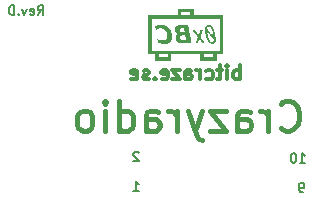
<source format=gbo>
G04 (created by PCBNEW (2013-07-07 BZR 4022)-stable) date 2015/9/10 11:53:31*
%MOIN*%
G04 Gerber Fmt 3.4, Leading zero omitted, Abs format*
%FSLAX34Y34*%
G01*
G70*
G90*
G04 APERTURE LIST*
%ADD10C,0.00590551*%
%ADD11C,0.007875*%
%ADD12C,0.0079*%
%ADD13C,0.0177*%
%ADD14C,0.0118*%
%ADD15C,0.0001*%
G04 APERTURE END LIST*
G54D10*
G54D11*
X1414Y-678D02*
X1519Y-528D01*
X1594Y-678D02*
X1594Y-363D01*
X1474Y-363D01*
X1444Y-378D01*
X1429Y-393D01*
X1414Y-423D01*
X1414Y-468D01*
X1429Y-498D01*
X1444Y-513D01*
X1474Y-528D01*
X1594Y-528D01*
X1159Y-663D02*
X1189Y-678D01*
X1249Y-678D01*
X1279Y-663D01*
X1294Y-633D01*
X1294Y-513D01*
X1279Y-483D01*
X1249Y-468D01*
X1189Y-468D01*
X1159Y-483D01*
X1144Y-513D01*
X1144Y-543D01*
X1294Y-573D01*
X1039Y-468D02*
X964Y-678D01*
X889Y-468D01*
X769Y-648D02*
X754Y-663D01*
X769Y-678D01*
X784Y-663D01*
X769Y-648D01*
X769Y-678D01*
X619Y-678D02*
X619Y-363D01*
X544Y-363D01*
X499Y-378D01*
X469Y-408D01*
X454Y-438D01*
X439Y-498D01*
X439Y-543D01*
X454Y-603D01*
X469Y-633D01*
X499Y-663D01*
X544Y-678D01*
X619Y-678D01*
G54D12*
G54D11*
X10139Y-5599D02*
X10319Y-5599D01*
X10229Y-5599D02*
X10229Y-5284D01*
X10259Y-5329D01*
X10289Y-5359D01*
X10319Y-5374D01*
X9944Y-5284D02*
X9914Y-5284D01*
X9884Y-5299D01*
X9869Y-5314D01*
X9854Y-5344D01*
X9839Y-5404D01*
X9839Y-5479D01*
X9854Y-5539D01*
X9869Y-5569D01*
X9884Y-5584D01*
X9914Y-5599D01*
X9944Y-5599D01*
X9974Y-5584D01*
X9989Y-5569D01*
X10004Y-5539D01*
X10019Y-5479D01*
X10019Y-5404D01*
X10004Y-5344D01*
X9989Y-5314D01*
X9974Y-5299D01*
X9944Y-5284D01*
G54D12*
G54D11*
X10257Y-6584D02*
X10197Y-6584D01*
X10167Y-6569D01*
X10152Y-6554D01*
X10122Y-6509D01*
X10107Y-6449D01*
X10107Y-6329D01*
X10122Y-6299D01*
X10137Y-6284D01*
X10167Y-6269D01*
X10227Y-6269D01*
X10257Y-6284D01*
X10272Y-6299D01*
X10287Y-6329D01*
X10287Y-6404D01*
X10272Y-6434D01*
X10257Y-6449D01*
X10227Y-6464D01*
X10167Y-6464D01*
X10137Y-6449D01*
X10122Y-6434D01*
X10107Y-6404D01*
G54D12*
G54D11*
X4775Y-5275D02*
X4760Y-5260D01*
X4730Y-5245D01*
X4655Y-5245D01*
X4625Y-5260D01*
X4610Y-5275D01*
X4595Y-5305D01*
X4595Y-5335D01*
X4610Y-5380D01*
X4790Y-5560D01*
X4595Y-5560D01*
G54D12*
G54D11*
X4595Y-6544D02*
X4775Y-6544D01*
X4685Y-6544D02*
X4685Y-6229D01*
X4715Y-6274D01*
X4745Y-6304D01*
X4775Y-6319D01*
G54D12*
G54D13*
X9509Y-4438D02*
X9556Y-4485D01*
X9697Y-4532D01*
X9790Y-4532D01*
X9931Y-4485D01*
X10025Y-4391D01*
X10071Y-4298D01*
X10118Y-4110D01*
X10118Y-3970D01*
X10071Y-3782D01*
X10025Y-3688D01*
X9931Y-3595D01*
X9790Y-3548D01*
X9697Y-3548D01*
X9556Y-3595D01*
X9509Y-3642D01*
X9087Y-4532D02*
X9087Y-3876D01*
X9087Y-4063D02*
X9041Y-3970D01*
X8994Y-3923D01*
X8900Y-3876D01*
X8806Y-3876D01*
X8057Y-4532D02*
X8057Y-4016D01*
X8103Y-3923D01*
X8197Y-3876D01*
X8385Y-3876D01*
X8478Y-3923D01*
X8057Y-4485D02*
X8150Y-4532D01*
X8385Y-4532D01*
X8478Y-4485D01*
X8525Y-4391D01*
X8525Y-4298D01*
X8478Y-4204D01*
X8385Y-4157D01*
X8150Y-4157D01*
X8057Y-4110D01*
X7682Y-3876D02*
X7166Y-3876D01*
X7682Y-4532D01*
X7166Y-4532D01*
X6885Y-3876D02*
X6651Y-4532D01*
X6417Y-3876D02*
X6651Y-4532D01*
X6745Y-4766D01*
X6791Y-4813D01*
X6885Y-4860D01*
X6042Y-4532D02*
X6042Y-3876D01*
X6042Y-4063D02*
X5995Y-3970D01*
X5948Y-3923D01*
X5854Y-3876D01*
X5761Y-3876D01*
X5011Y-4532D02*
X5011Y-4016D01*
X5058Y-3923D01*
X5151Y-3876D01*
X5339Y-3876D01*
X5433Y-3923D01*
X5011Y-4485D02*
X5105Y-4532D01*
X5339Y-4532D01*
X5433Y-4485D01*
X5479Y-4391D01*
X5479Y-4298D01*
X5433Y-4204D01*
X5339Y-4157D01*
X5105Y-4157D01*
X5011Y-4110D01*
X4121Y-4532D02*
X4121Y-3548D01*
X4121Y-4485D02*
X4214Y-4532D01*
X4402Y-4532D01*
X4495Y-4485D01*
X4542Y-4438D01*
X4589Y-4344D01*
X4589Y-4063D01*
X4542Y-3970D01*
X4495Y-3923D01*
X4402Y-3876D01*
X4214Y-3876D01*
X4121Y-3923D01*
X3652Y-4532D02*
X3652Y-3876D01*
X3652Y-3548D02*
X3699Y-3595D01*
X3652Y-3642D01*
X3605Y-3595D01*
X3652Y-3548D01*
X3652Y-3642D01*
X3043Y-4532D02*
X3137Y-4485D01*
X3183Y-4438D01*
X3230Y-4344D01*
X3230Y-4063D01*
X3183Y-3970D01*
X3137Y-3923D01*
X3043Y-3876D01*
X2902Y-3876D01*
X2809Y-3923D01*
X2762Y-3970D01*
X2715Y-4063D01*
X2715Y-4344D01*
X2762Y-4438D01*
X2809Y-4485D01*
X2902Y-4532D01*
X3043Y-4532D01*
G54D14*
X8148Y-2829D02*
X8148Y-2357D01*
X8148Y-2536D02*
X8103Y-2514D01*
X8013Y-2514D01*
X7968Y-2536D01*
X7946Y-2559D01*
X7923Y-2604D01*
X7923Y-2739D01*
X7946Y-2784D01*
X7968Y-2806D01*
X8013Y-2829D01*
X8103Y-2829D01*
X8148Y-2806D01*
X7721Y-2829D02*
X7721Y-2514D01*
X7721Y-2357D02*
X7743Y-2379D01*
X7721Y-2402D01*
X7698Y-2379D01*
X7721Y-2357D01*
X7721Y-2402D01*
X7563Y-2514D02*
X7384Y-2514D01*
X7496Y-2357D02*
X7496Y-2761D01*
X7474Y-2806D01*
X7429Y-2829D01*
X7384Y-2829D01*
X7024Y-2806D02*
X7069Y-2829D01*
X7159Y-2829D01*
X7204Y-2806D01*
X7226Y-2784D01*
X7249Y-2739D01*
X7249Y-2604D01*
X7226Y-2559D01*
X7204Y-2536D01*
X7159Y-2514D01*
X7069Y-2514D01*
X7024Y-2536D01*
X6822Y-2829D02*
X6822Y-2514D01*
X6822Y-2604D02*
X6799Y-2559D01*
X6777Y-2536D01*
X6732Y-2514D01*
X6687Y-2514D01*
X6327Y-2829D02*
X6327Y-2581D01*
X6350Y-2536D01*
X6395Y-2514D01*
X6485Y-2514D01*
X6530Y-2536D01*
X6327Y-2806D02*
X6372Y-2829D01*
X6485Y-2829D01*
X6530Y-2806D01*
X6552Y-2761D01*
X6552Y-2716D01*
X6530Y-2671D01*
X6485Y-2649D01*
X6372Y-2649D01*
X6327Y-2626D01*
X6147Y-2514D02*
X5900Y-2514D01*
X6147Y-2829D01*
X5900Y-2829D01*
X5541Y-2806D02*
X5586Y-2829D01*
X5675Y-2829D01*
X5720Y-2806D01*
X5743Y-2761D01*
X5743Y-2581D01*
X5720Y-2536D01*
X5675Y-2514D01*
X5586Y-2514D01*
X5541Y-2536D01*
X5518Y-2581D01*
X5518Y-2626D01*
X5743Y-2671D01*
X5316Y-2784D02*
X5293Y-2806D01*
X5316Y-2829D01*
X5338Y-2806D01*
X5316Y-2784D01*
X5316Y-2829D01*
X5114Y-2806D02*
X5069Y-2829D01*
X4979Y-2829D01*
X4934Y-2806D01*
X4911Y-2761D01*
X4911Y-2739D01*
X4934Y-2694D01*
X4979Y-2671D01*
X5046Y-2671D01*
X5091Y-2649D01*
X5114Y-2604D01*
X5114Y-2581D01*
X5091Y-2536D01*
X5046Y-2514D01*
X4979Y-2514D01*
X4934Y-2536D01*
X4529Y-2806D02*
X4574Y-2829D01*
X4664Y-2829D01*
X4709Y-2806D01*
X4731Y-2761D01*
X4731Y-2581D01*
X4709Y-2536D01*
X4664Y-2514D01*
X4574Y-2514D01*
X4529Y-2536D01*
X4507Y-2581D01*
X4507Y-2626D01*
X4731Y-2671D01*
G54D15*
G36*
X7376Y-2212D02*
X7376Y-1997D01*
X7600Y-1996D01*
X7600Y-682D01*
X6622Y-681D01*
X6622Y-466D01*
X6069Y-466D01*
X6069Y-681D01*
X5100Y-681D01*
X5100Y-1997D01*
X5230Y-1997D01*
X5230Y-1867D01*
X5230Y-811D01*
X6199Y-811D01*
X6199Y-682D01*
X6199Y-596D01*
X6492Y-596D01*
X6492Y-682D01*
X6199Y-682D01*
X6199Y-811D01*
X7470Y-811D01*
X7470Y-1867D01*
X5230Y-1867D01*
X5230Y-1997D01*
X5315Y-1997D01*
X5315Y-2212D01*
X5445Y-2212D01*
X5445Y-2082D01*
X5445Y-1996D01*
X5738Y-1996D01*
X5738Y-2082D01*
X5445Y-2082D01*
X5445Y-2212D01*
X5867Y-2212D01*
X5867Y-1997D01*
X6824Y-1997D01*
X6824Y-2212D01*
X6953Y-2212D01*
X6953Y-2082D01*
X6953Y-1996D01*
X7246Y-1996D01*
X7246Y-2082D01*
X6953Y-2082D01*
X6953Y-2212D01*
X7376Y-2212D01*
X7376Y-2212D01*
G37*
G36*
X5618Y-1643D02*
X5625Y-1643D01*
X5632Y-1643D01*
X5659Y-1641D01*
X5687Y-1638D01*
X5714Y-1632D01*
X5740Y-1624D01*
X5764Y-1614D01*
X5786Y-1601D01*
X5807Y-1586D01*
X5813Y-1581D01*
X5820Y-1575D01*
X5827Y-1567D01*
X5834Y-1560D01*
X5840Y-1554D01*
X5846Y-1546D01*
X5860Y-1526D01*
X5871Y-1505D01*
X5880Y-1483D01*
X5886Y-1459D01*
X5890Y-1433D01*
X5891Y-1427D01*
X5892Y-1408D01*
X5892Y-1388D01*
X5891Y-1367D01*
X5890Y-1345D01*
X5887Y-1325D01*
X5883Y-1308D01*
X5875Y-1276D01*
X5865Y-1246D01*
X5852Y-1217D01*
X5836Y-1188D01*
X5818Y-1162D01*
X5798Y-1137D01*
X5776Y-1113D01*
X5766Y-1104D01*
X5746Y-1086D01*
X5724Y-1071D01*
X5701Y-1057D01*
X5696Y-1054D01*
X5668Y-1040D01*
X5639Y-1029D01*
X5608Y-1020D01*
X5577Y-1014D01*
X5544Y-1010D01*
X5542Y-1010D01*
X5534Y-1009D01*
X5524Y-1009D01*
X5514Y-1009D01*
X5503Y-1009D01*
X5492Y-1009D01*
X5483Y-1010D01*
X5476Y-1010D01*
X5469Y-1011D01*
X5435Y-1017D01*
X5401Y-1025D01*
X5367Y-1035D01*
X5333Y-1049D01*
X5331Y-1049D01*
X5326Y-1052D01*
X5323Y-1053D01*
X5322Y-1054D01*
X5321Y-1055D01*
X5321Y-1056D01*
X5321Y-1056D01*
X5322Y-1059D01*
X5323Y-1064D01*
X5324Y-1071D01*
X5326Y-1079D01*
X5327Y-1088D01*
X5329Y-1099D01*
X5332Y-1110D01*
X5334Y-1121D01*
X5336Y-1132D01*
X5338Y-1143D01*
X5340Y-1153D01*
X5342Y-1162D01*
X5343Y-1169D01*
X5345Y-1175D01*
X5345Y-1179D01*
X5346Y-1180D01*
X5346Y-1180D01*
X5347Y-1179D01*
X5350Y-1177D01*
X5354Y-1174D01*
X5367Y-1166D01*
X5388Y-1153D01*
X5410Y-1143D01*
X5432Y-1135D01*
X5454Y-1129D01*
X5478Y-1125D01*
X5481Y-1124D01*
X5487Y-1124D01*
X5496Y-1124D01*
X5505Y-1123D01*
X5513Y-1123D01*
X5521Y-1123D01*
X5527Y-1124D01*
X5537Y-1125D01*
X5559Y-1129D01*
X5579Y-1135D01*
X5599Y-1144D01*
X5607Y-1148D01*
X5623Y-1158D01*
X5638Y-1169D01*
X5653Y-1183D01*
X5667Y-1198D01*
X5683Y-1218D01*
X5696Y-1240D01*
X5707Y-1263D01*
X5716Y-1287D01*
X5723Y-1313D01*
X5727Y-1341D01*
X5727Y-1345D01*
X5728Y-1353D01*
X5728Y-1364D01*
X5729Y-1374D01*
X5729Y-1385D01*
X5728Y-1394D01*
X5728Y-1401D01*
X5727Y-1404D01*
X5724Y-1423D01*
X5719Y-1441D01*
X5713Y-1457D01*
X5704Y-1471D01*
X5702Y-1474D01*
X5695Y-1483D01*
X5687Y-1491D01*
X5679Y-1498D01*
X5679Y-1499D01*
X5664Y-1509D01*
X5648Y-1517D01*
X5629Y-1523D01*
X5609Y-1527D01*
X5605Y-1527D01*
X5598Y-1528D01*
X5589Y-1528D01*
X5580Y-1528D01*
X5571Y-1528D01*
X5563Y-1528D01*
X5556Y-1527D01*
X5545Y-1526D01*
X5523Y-1521D01*
X5501Y-1516D01*
X5479Y-1508D01*
X5455Y-1498D01*
X5430Y-1487D01*
X5404Y-1474D01*
X5401Y-1472D01*
X5397Y-1470D01*
X5394Y-1468D01*
X5392Y-1468D01*
X5392Y-1468D01*
X5393Y-1470D01*
X5393Y-1474D01*
X5395Y-1480D01*
X5396Y-1488D01*
X5398Y-1497D01*
X5400Y-1508D01*
X5402Y-1519D01*
X5405Y-1530D01*
X5407Y-1542D01*
X5409Y-1554D01*
X5411Y-1565D01*
X5413Y-1575D01*
X5415Y-1584D01*
X5417Y-1592D01*
X5418Y-1597D01*
X5419Y-1601D01*
X5419Y-1603D01*
X5420Y-1603D01*
X5422Y-1604D01*
X5427Y-1605D01*
X5432Y-1607D01*
X5439Y-1609D01*
X5446Y-1612D01*
X5453Y-1614D01*
X5460Y-1616D01*
X5465Y-1617D01*
X5472Y-1620D01*
X5508Y-1629D01*
X5542Y-1636D01*
X5576Y-1640D01*
X5609Y-1643D01*
X5613Y-1643D01*
X5618Y-1643D01*
X5618Y-1643D01*
G37*
G36*
X7219Y-1636D02*
X7226Y-1636D01*
X7233Y-1636D01*
X7240Y-1635D01*
X7246Y-1635D01*
X7251Y-1634D01*
X7256Y-1633D01*
X7271Y-1630D01*
X7285Y-1624D01*
X7296Y-1617D01*
X7306Y-1609D01*
X7310Y-1604D01*
X7320Y-1591D01*
X7328Y-1576D01*
X7334Y-1560D01*
X7335Y-1557D01*
X7338Y-1541D01*
X7341Y-1522D01*
X7342Y-1502D01*
X7342Y-1479D01*
X7341Y-1455D01*
X7338Y-1428D01*
X7335Y-1399D01*
X7330Y-1368D01*
X7324Y-1335D01*
X7316Y-1299D01*
X7313Y-1283D01*
X7305Y-1250D01*
X7297Y-1220D01*
X7288Y-1191D01*
X7280Y-1166D01*
X7270Y-1142D01*
X7261Y-1121D01*
X7251Y-1102D01*
X7240Y-1085D01*
X7229Y-1070D01*
X7226Y-1066D01*
X7220Y-1060D01*
X7214Y-1054D01*
X7208Y-1048D01*
X7203Y-1043D01*
X7199Y-1039D01*
X7196Y-1037D01*
X7180Y-1027D01*
X7164Y-1019D01*
X7146Y-1013D01*
X7127Y-1009D01*
X7107Y-1008D01*
X7101Y-1007D01*
X7082Y-1008D01*
X7065Y-1011D01*
X7049Y-1016D01*
X7035Y-1023D01*
X7023Y-1032D01*
X7013Y-1043D01*
X7004Y-1056D01*
X6997Y-1072D01*
X6992Y-1090D01*
X6990Y-1096D01*
X6987Y-1114D01*
X6985Y-1135D01*
X6985Y-1158D01*
X6986Y-1184D01*
X6988Y-1212D01*
X6992Y-1241D01*
X6997Y-1274D01*
X7003Y-1308D01*
X7010Y-1344D01*
X7014Y-1359D01*
X7022Y-1394D01*
X7030Y-1425D01*
X7039Y-1454D01*
X7049Y-1481D01*
X7058Y-1505D01*
X7068Y-1526D01*
X7078Y-1545D01*
X7079Y-1546D01*
X7089Y-1562D01*
X7101Y-1576D01*
X7113Y-1590D01*
X7125Y-1602D01*
X7138Y-1611D01*
X7146Y-1616D01*
X7160Y-1623D01*
X7176Y-1629D01*
X7193Y-1633D01*
X7211Y-1636D01*
X7211Y-1577D01*
X7198Y-1576D01*
X7185Y-1571D01*
X7172Y-1565D01*
X7160Y-1556D01*
X7150Y-1545D01*
X7144Y-1537D01*
X7135Y-1522D01*
X7125Y-1504D01*
X7116Y-1484D01*
X7107Y-1461D01*
X7099Y-1436D01*
X7090Y-1408D01*
X7083Y-1378D01*
X7075Y-1347D01*
X7068Y-1313D01*
X7062Y-1277D01*
X7061Y-1272D01*
X7060Y-1264D01*
X7059Y-1255D01*
X7057Y-1246D01*
X7056Y-1237D01*
X7055Y-1229D01*
X7054Y-1222D01*
X7053Y-1216D01*
X7053Y-1212D01*
X7053Y-1211D01*
X7054Y-1212D01*
X7056Y-1215D01*
X7060Y-1220D01*
X7065Y-1227D01*
X7072Y-1235D01*
X7079Y-1244D01*
X7087Y-1255D01*
X7097Y-1267D01*
X7107Y-1280D01*
X7117Y-1294D01*
X7128Y-1308D01*
X7140Y-1323D01*
X7151Y-1338D01*
X7163Y-1353D01*
X7187Y-1384D01*
X7198Y-1399D01*
X7209Y-1413D01*
X7220Y-1427D01*
X7230Y-1440D01*
X7239Y-1452D01*
X7248Y-1463D01*
X7255Y-1473D01*
X7262Y-1481D01*
X7267Y-1488D01*
X7271Y-1493D01*
X7272Y-1494D01*
X7272Y-1418D01*
X7272Y-1417D01*
X7270Y-1415D01*
X7267Y-1411D01*
X7262Y-1405D01*
X7256Y-1398D01*
X7249Y-1389D01*
X7241Y-1378D01*
X7232Y-1367D01*
X7223Y-1354D01*
X7212Y-1341D01*
X7201Y-1327D01*
X7190Y-1313D01*
X7179Y-1298D01*
X7167Y-1283D01*
X7155Y-1267D01*
X7143Y-1252D01*
X7132Y-1237D01*
X7121Y-1223D01*
X7110Y-1209D01*
X7100Y-1196D01*
X7090Y-1184D01*
X7082Y-1173D01*
X7074Y-1163D01*
X7067Y-1154D01*
X7062Y-1147D01*
X7058Y-1141D01*
X7055Y-1137D01*
X7054Y-1136D01*
X7053Y-1135D01*
X7053Y-1133D01*
X7054Y-1128D01*
X7055Y-1122D01*
X7056Y-1115D01*
X7059Y-1108D01*
X7061Y-1102D01*
X7063Y-1097D01*
X7069Y-1086D01*
X7077Y-1078D01*
X7086Y-1072D01*
X7097Y-1068D01*
X7110Y-1066D01*
X7118Y-1066D01*
X7132Y-1068D01*
X7145Y-1073D01*
X7157Y-1081D01*
X7169Y-1091D01*
X7175Y-1096D01*
X7180Y-1102D01*
X7185Y-1109D01*
X7190Y-1118D01*
X7190Y-1118D01*
X7200Y-1136D01*
X7209Y-1156D01*
X7218Y-1178D01*
X7227Y-1203D01*
X7235Y-1231D01*
X7243Y-1260D01*
X7250Y-1292D01*
X7257Y-1325D01*
X7263Y-1360D01*
X7269Y-1397D01*
X7270Y-1400D01*
X7271Y-1407D01*
X7271Y-1412D01*
X7272Y-1416D01*
X7272Y-1418D01*
X7272Y-1494D01*
X7273Y-1496D01*
X7274Y-1497D01*
X7274Y-1498D01*
X7275Y-1500D01*
X7274Y-1505D01*
X7273Y-1511D01*
X7272Y-1517D01*
X7271Y-1524D01*
X7269Y-1531D01*
X7267Y-1536D01*
X7267Y-1538D01*
X7264Y-1545D01*
X7261Y-1550D01*
X7258Y-1555D01*
X7253Y-1562D01*
X7244Y-1569D01*
X7234Y-1574D01*
X7222Y-1577D01*
X7211Y-1577D01*
X7211Y-1636D01*
X7212Y-1636D01*
X7214Y-1636D01*
X7219Y-1636D01*
X7219Y-1636D01*
G37*
G36*
X6463Y-1631D02*
X6478Y-1631D01*
X6491Y-1631D01*
X6502Y-1631D01*
X6511Y-1631D01*
X6518Y-1631D01*
X6524Y-1631D01*
X6529Y-1631D01*
X6532Y-1631D01*
X6535Y-1631D01*
X6537Y-1631D01*
X6538Y-1631D01*
X6538Y-1630D01*
X6538Y-1630D01*
X6538Y-1630D01*
X6538Y-1627D01*
X6537Y-1621D01*
X6535Y-1613D01*
X6533Y-1603D01*
X6531Y-1591D01*
X6528Y-1578D01*
X6525Y-1562D01*
X6518Y-1526D01*
X6514Y-1506D01*
X6506Y-1463D01*
X6502Y-1440D01*
X6493Y-1393D01*
X6483Y-1343D01*
X6473Y-1294D01*
X6464Y-1245D01*
X6459Y-1221D01*
X6451Y-1175D01*
X6442Y-1133D01*
X6439Y-1114D01*
X6435Y-1096D01*
X6432Y-1080D01*
X6429Y-1065D01*
X6427Y-1053D01*
X6425Y-1042D01*
X6423Y-1033D01*
X6422Y-1026D01*
X6421Y-1022D01*
X6421Y-1021D01*
X6421Y-1021D01*
X6420Y-1021D01*
X6420Y-1020D01*
X6419Y-1020D01*
X6417Y-1020D01*
X6415Y-1020D01*
X6411Y-1020D01*
X6407Y-1020D01*
X6401Y-1020D01*
X6393Y-1020D01*
X6385Y-1020D01*
X6374Y-1020D01*
X6361Y-1020D01*
X6346Y-1020D01*
X6329Y-1020D01*
X6310Y-1020D01*
X6270Y-1020D01*
X6249Y-1020D01*
X6231Y-1020D01*
X6215Y-1020D01*
X6201Y-1020D01*
X6189Y-1020D01*
X6179Y-1020D01*
X6170Y-1020D01*
X6162Y-1021D01*
X6156Y-1021D01*
X6150Y-1021D01*
X6146Y-1021D01*
X6141Y-1021D01*
X6137Y-1022D01*
X6133Y-1022D01*
X6130Y-1022D01*
X6126Y-1023D01*
X6111Y-1025D01*
X6087Y-1029D01*
X6065Y-1035D01*
X6046Y-1042D01*
X6030Y-1050D01*
X6015Y-1060D01*
X6003Y-1071D01*
X5993Y-1084D01*
X5985Y-1098D01*
X5979Y-1114D01*
X5976Y-1131D01*
X5976Y-1133D01*
X5975Y-1146D01*
X5975Y-1160D01*
X5976Y-1174D01*
X5978Y-1187D01*
X5980Y-1195D01*
X5986Y-1214D01*
X5995Y-1232D01*
X6005Y-1248D01*
X6017Y-1263D01*
X6031Y-1277D01*
X6046Y-1287D01*
X6048Y-1289D01*
X6056Y-1293D01*
X6066Y-1297D01*
X6075Y-1301D01*
X6078Y-1302D01*
X6081Y-1303D01*
X6083Y-1304D01*
X6083Y-1304D01*
X6082Y-1305D01*
X6078Y-1306D01*
X6066Y-1311D01*
X6052Y-1319D01*
X6040Y-1328D01*
X6030Y-1337D01*
X6022Y-1348D01*
X6014Y-1361D01*
X6009Y-1376D01*
X6004Y-1392D01*
X6004Y-1394D01*
X6003Y-1397D01*
X6003Y-1400D01*
X6002Y-1404D01*
X6002Y-1408D01*
X6002Y-1414D01*
X6002Y-1422D01*
X6002Y-1427D01*
X6002Y-1437D01*
X6003Y-1445D01*
X6003Y-1450D01*
X6005Y-1463D01*
X6010Y-1483D01*
X6017Y-1502D01*
X6025Y-1519D01*
X6035Y-1536D01*
X6038Y-1540D01*
X6043Y-1545D01*
X6047Y-1550D01*
X6053Y-1556D01*
X6060Y-1564D01*
X6078Y-1578D01*
X6098Y-1591D01*
X6119Y-1602D01*
X6143Y-1611D01*
X6169Y-1619D01*
X6196Y-1625D01*
X6225Y-1629D01*
X6256Y-1631D01*
X6257Y-1631D01*
X6261Y-1631D01*
X6268Y-1631D01*
X6277Y-1631D01*
X6288Y-1631D01*
X6300Y-1631D01*
X6315Y-1631D01*
X6331Y-1631D01*
X6332Y-1631D01*
X6332Y-1524D01*
X6322Y-1524D01*
X6310Y-1524D01*
X6299Y-1524D01*
X6286Y-1524D01*
X6274Y-1524D01*
X6265Y-1523D01*
X6257Y-1523D01*
X6251Y-1523D01*
X6245Y-1522D01*
X6241Y-1522D01*
X6236Y-1521D01*
X6232Y-1520D01*
X6228Y-1519D01*
X6218Y-1516D01*
X6204Y-1509D01*
X6191Y-1501D01*
X6180Y-1491D01*
X6172Y-1479D01*
X6165Y-1465D01*
X6161Y-1449D01*
X6160Y-1445D01*
X6159Y-1434D01*
X6159Y-1424D01*
X6159Y-1414D01*
X6161Y-1406D01*
X6161Y-1404D01*
X6163Y-1400D01*
X6165Y-1395D01*
X6166Y-1392D01*
X6169Y-1388D01*
X6173Y-1384D01*
X6175Y-1381D01*
X6184Y-1375D01*
X6195Y-1370D01*
X6208Y-1367D01*
X6223Y-1365D01*
X6226Y-1364D01*
X6232Y-1364D01*
X6241Y-1364D01*
X6252Y-1364D01*
X6266Y-1364D01*
X6269Y-1364D01*
X6269Y-1256D01*
X6258Y-1256D01*
X6248Y-1256D01*
X6239Y-1256D01*
X6230Y-1256D01*
X6222Y-1256D01*
X6216Y-1256D01*
X6212Y-1256D01*
X6210Y-1256D01*
X6202Y-1255D01*
X6188Y-1251D01*
X6176Y-1247D01*
X6165Y-1240D01*
X6156Y-1232D01*
X6148Y-1223D01*
X6141Y-1211D01*
X6137Y-1198D01*
X6136Y-1195D01*
X6135Y-1188D01*
X6135Y-1179D01*
X6135Y-1172D01*
X6136Y-1165D01*
X6137Y-1160D01*
X6142Y-1151D01*
X6148Y-1142D01*
X6157Y-1136D01*
X6168Y-1131D01*
X6181Y-1128D01*
X6183Y-1128D01*
X6186Y-1128D01*
X6190Y-1128D01*
X6196Y-1128D01*
X6203Y-1127D01*
X6212Y-1127D01*
X6223Y-1127D01*
X6237Y-1127D01*
X6247Y-1127D01*
X6258Y-1127D01*
X6267Y-1127D01*
X6275Y-1127D01*
X6281Y-1128D01*
X6285Y-1128D01*
X6286Y-1128D01*
X6286Y-1129D01*
X6287Y-1133D01*
X6288Y-1139D01*
X6290Y-1147D01*
X6291Y-1156D01*
X6293Y-1167D01*
X6296Y-1179D01*
X6301Y-1204D01*
X6303Y-1216D01*
X6305Y-1227D01*
X6307Y-1237D01*
X6309Y-1245D01*
X6310Y-1251D01*
X6310Y-1255D01*
X6311Y-1256D01*
X6310Y-1256D01*
X6308Y-1256D01*
X6303Y-1256D01*
X6296Y-1256D01*
X6288Y-1256D01*
X6279Y-1256D01*
X6269Y-1256D01*
X6269Y-1364D01*
X6282Y-1364D01*
X6332Y-1364D01*
X6350Y-1457D01*
X6357Y-1495D01*
X6359Y-1504D01*
X6361Y-1518D01*
X6362Y-1522D01*
X6362Y-1524D01*
X6362Y-1524D01*
X6361Y-1524D01*
X6356Y-1524D01*
X6350Y-1524D01*
X6342Y-1524D01*
X6332Y-1524D01*
X6332Y-1631D01*
X6348Y-1631D01*
X6366Y-1631D01*
X6385Y-1631D01*
X6404Y-1631D01*
X6426Y-1631D01*
X6445Y-1631D01*
X6463Y-1631D01*
X6463Y-1631D01*
G37*
G36*
X6954Y-1628D02*
X6962Y-1628D01*
X6972Y-1628D01*
X6980Y-1628D01*
X6986Y-1628D01*
X6990Y-1627D01*
X6991Y-1627D01*
X6991Y-1627D01*
X6989Y-1625D01*
X6986Y-1621D01*
X6982Y-1614D01*
X6976Y-1607D01*
X6969Y-1598D01*
X6961Y-1587D01*
X6952Y-1575D01*
X6942Y-1562D01*
X6932Y-1548D01*
X6921Y-1534D01*
X6905Y-1512D01*
X6893Y-1497D01*
X6882Y-1482D01*
X6872Y-1468D01*
X6863Y-1456D01*
X6854Y-1444D01*
X6847Y-1434D01*
X6840Y-1426D01*
X6835Y-1419D01*
X6832Y-1413D01*
X6829Y-1410D01*
X6828Y-1409D01*
X6829Y-1408D01*
X6830Y-1406D01*
X6831Y-1401D01*
X6834Y-1394D01*
X6837Y-1384D01*
X6841Y-1374D01*
X6845Y-1361D01*
X6850Y-1348D01*
X6855Y-1333D01*
X6861Y-1317D01*
X6867Y-1301D01*
X6870Y-1292D01*
X6875Y-1276D01*
X6881Y-1261D01*
X6886Y-1247D01*
X6890Y-1234D01*
X6895Y-1222D01*
X6898Y-1212D01*
X6901Y-1204D01*
X6903Y-1198D01*
X6904Y-1194D01*
X6905Y-1193D01*
X6905Y-1192D01*
X6905Y-1192D01*
X6904Y-1192D01*
X6902Y-1192D01*
X6899Y-1192D01*
X6894Y-1192D01*
X6887Y-1191D01*
X6878Y-1191D01*
X6867Y-1191D01*
X6829Y-1191D01*
X6829Y-1193D01*
X6828Y-1194D01*
X6827Y-1198D01*
X6825Y-1204D01*
X6823Y-1212D01*
X6821Y-1221D01*
X6818Y-1232D01*
X6814Y-1243D01*
X6811Y-1256D01*
X6807Y-1269D01*
X6803Y-1282D01*
X6800Y-1296D01*
X6796Y-1309D01*
X6792Y-1321D01*
X6789Y-1333D01*
X6786Y-1344D01*
X6783Y-1353D01*
X6781Y-1361D01*
X6780Y-1367D01*
X6779Y-1370D01*
X6778Y-1372D01*
X6778Y-1372D01*
X6778Y-1372D01*
X6776Y-1370D01*
X6775Y-1368D01*
X6772Y-1365D01*
X6769Y-1360D01*
X6765Y-1354D01*
X6759Y-1347D01*
X6753Y-1337D01*
X6746Y-1327D01*
X6737Y-1314D01*
X6727Y-1299D01*
X6715Y-1282D01*
X6654Y-1192D01*
X6618Y-1192D01*
X6610Y-1192D01*
X6600Y-1192D01*
X6593Y-1192D01*
X6588Y-1192D01*
X6585Y-1192D01*
X6583Y-1192D01*
X6582Y-1192D01*
X6582Y-1192D01*
X6582Y-1193D01*
X6582Y-1193D01*
X6584Y-1195D01*
X6587Y-1199D01*
X6591Y-1205D01*
X6597Y-1213D01*
X6612Y-1233D01*
X6631Y-1258D01*
X6669Y-1308D01*
X6680Y-1323D01*
X6691Y-1338D01*
X6701Y-1351D01*
X6710Y-1363D01*
X6718Y-1375D01*
X6726Y-1385D01*
X6732Y-1393D01*
X6737Y-1400D01*
X6741Y-1405D01*
X6743Y-1408D01*
X6744Y-1410D01*
X6744Y-1410D01*
X6743Y-1413D01*
X6742Y-1418D01*
X6739Y-1425D01*
X6736Y-1435D01*
X6732Y-1445D01*
X6728Y-1458D01*
X6723Y-1471D01*
X6718Y-1486D01*
X6712Y-1502D01*
X6706Y-1519D01*
X6703Y-1528D01*
X6697Y-1544D01*
X6692Y-1560D01*
X6687Y-1574D01*
X6682Y-1587D01*
X6678Y-1598D01*
X6675Y-1608D01*
X6672Y-1616D01*
X6670Y-1622D01*
X6668Y-1626D01*
X6668Y-1627D01*
X6669Y-1627D01*
X6672Y-1628D01*
X6677Y-1628D01*
X6685Y-1628D01*
X6695Y-1628D01*
X6707Y-1628D01*
X6746Y-1628D01*
X6758Y-1582D01*
X6764Y-1559D01*
X6770Y-1539D01*
X6775Y-1521D01*
X6779Y-1505D01*
X6783Y-1492D01*
X6786Y-1481D01*
X6788Y-1471D01*
X6790Y-1464D01*
X6792Y-1458D01*
X6793Y-1453D01*
X6794Y-1450D01*
X6795Y-1448D01*
X6795Y-1448D01*
X6796Y-1448D01*
X6796Y-1448D01*
X6797Y-1449D01*
X6800Y-1453D01*
X6804Y-1459D01*
X6809Y-1467D01*
X6815Y-1476D01*
X6822Y-1486D01*
X6830Y-1498D01*
X6838Y-1510D01*
X6847Y-1524D01*
X6857Y-1538D01*
X6917Y-1628D01*
X6954Y-1628D01*
X6954Y-1628D01*
G37*
M02*

</source>
